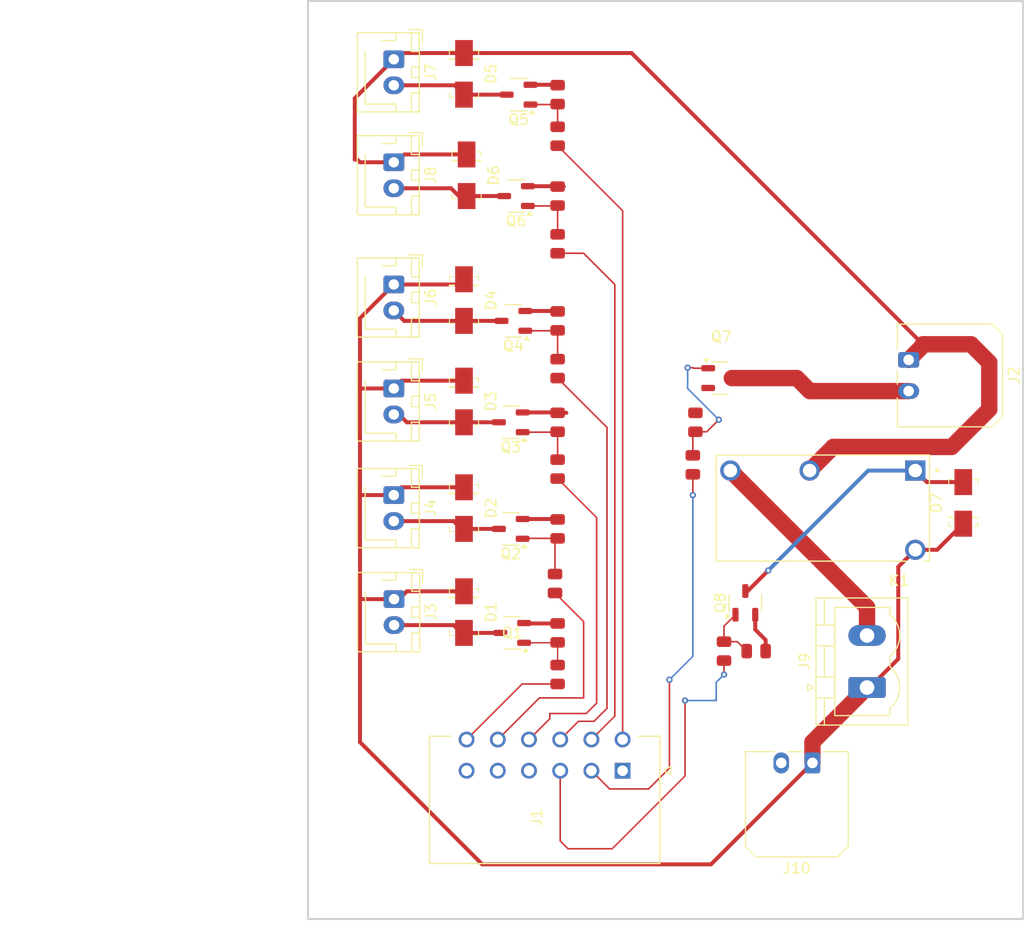
<source format=kicad_pcb>
(kicad_pcb (version 20241229) (generator "pcbnew") (generator_version "9.0")
  (layers (0 "F.Cu" signal) (2 "B.Cu" signal) (13 "F.Paste" user) (15 "B.Paste" user) (5 "F.SilkS" user "F.Silkscreen") (7 "B.SilkS" user "B.Silkscreen") (1 "F.Mask" user) (3 "B.Mask" user) (25 "Edge.Cuts" user))
  (net 0 "")
  (net 1 "+24V")
  (net 2 "VLV 1")
  (net 3 "VLV 2")
  (net 4 "VLV 3")
  (net 5 "VLV 4")
  (net 6 "SAFE POWER 24v")
  (net 7 "AV FILL VLV")
  (net 8 "AV RUN VLV")
  (net 9 "Net-(Q8-D)")
  (net 11 "IGNITOR CTL")
  (net 12 "AV  RUN CTL")
  (net 13 "VLV 2 CTL")
  (net 14 "AV FILL CTL")
  (net 15 "VLV 1 CTL")
  (net 17 "VLV 3 CTL")
  (net 18 "GND")
  (net 19 "VLV 4 CTL")
  (net 20 "RELAY SFEGRD CTL")
  (net 22 "IGNITOR 3A -")
  (net 23 "Net-(J9-Pin_2)")
  (net 24 "Net-(Q1-G)")
  (net 25 "Net-(Q2-G)")
  (net 26 "Net-(Q3-G)")
  (net 27 "Net-(Q4-G)")
  (net 28 "Net-(Q5-G)")
  (net 29 "Net-(Q6-G)")
  (net 30 "Net-(Q7-G)")
  (net 31 "Net-(Q8-G)")
  (footprint "Connector_JST:JST_XH_B2B-XH-AM_1x02_P2.50mm_Vertical" (layer "F.Cu") (at 48 142.75 -90)
    (property "Reference" "J4" (at 1.25 -3.55 90) (layer "F.SilkS"))
    (property "Value" "Conn_01x02_Pin")
    (pad "" np_thru_hole circle (at -1.6 2 270) (size 1.2 1.2) (drill 1.2) (layers "*.Cu" "*.Mask"))
    (pad "1" thru_hole roundrect (at 0 0 270) (size 1.7 2) (drill 1) (layers "*.Cu" "*.Mask") (roundrect_rratio 0.147059) (net 1 "+24V"))
    (pad "2" thru_hole oval (at 2.5 0 270) (size 1.7 2) (drill 1) (layers "*.Cu" "*.Mask") (net 3 "VLV 2"))
  )
  (footprint "Solenoid Safeguard:R_0805" (layer "F.Cu") (at 63.75 126 -90)
    (property "Reference" "R8" (hide yes))
    (property "Value" "100KR")
    (pad "1" smd roundrect (at -0.91 0 270) (size 1.02 1.4) (layers "F.Cu" "F.Mask" "F.Paste") (roundrect_rratio 0.243902) (net 18 "GND"))
    (pad "2" smd roundrect (at 0.91 0 270) (size 1.02 1.4) (layers "F.Cu" "F.Mask" "F.Paste") (roundrect_rratio 0.243902) (net 27 "Net-(Q4-G)"))
  )
  (footprint "Solenoid Safeguard:R_0805" (layer "F.Cu") (at 63.75 114 -90)
    (property "Reference" "R12" (hide yes))
    (property "Value" "100KR")
    (pad "1" smd roundrect (at -0.91 0 270) (size 1.02 1.4) (layers "F.Cu" "F.Mask" "F.Paste") (roundrect_rratio 0.243902) (net 18 "GND"))
    (pad "2" smd roundrect (at 0.91 0 270) (size 1.02 1.4) (layers "F.Cu" "F.Mask" "F.Paste") (roundrect_rratio 0.243902) (net 29 "Net-(Q6-G)"))
  )
  (footprint "Solenoid Safeguard:R_0805" (layer "F.Cu") (at 63.75 160 90)
    (property "Reference" "R1" (hide yes))
    (property "Value" "R100")
    (pad "1" smd roundrect (at -0.91 0 90) (size 1.02 1.4) (layers "F.Cu" "F.Mask" "F.Paste") (roundrect_rratio 0.243902) (net 15 "VLV 1 CTL"))
    (pad "2" smd roundrect (at 0.91 0 90) (size 1.02 1.4) (layers "F.Cu" "F.Mask" "F.Paste") (roundrect_rratio 0.243902) (net 24 "Net-(Q1-G)"))
  )
  (footprint "Package_TO_SOT_SMD:SOT-23-3" (layer "F.Cu") (at 79.3625 131.5)
    (property "Reference" "Q7" (at 0.1275 -3.97 0) (layer "F.SilkS"))
    (property "Value" "BSS138")
    (pad "1" smd roundrect (at -1.1375 -0.95) (size 1.325 0.6) (layers "F.Cu" "F.Mask" "F.Paste") (net 30 "Net-(Q7-G)"))
    (pad "2" smd roundrect (at -1.1375 0.95) (size 1.325 0.6) (layers "F.Cu" "F.Mask" "F.Paste") (net 18 "GND"))
    (pad "3" smd roundrect (at 1.1375 0) (size 1.325 0.6) (layers "F.Cu" "F.Mask" "F.Paste") (net 22 "IGNITOR 3A -"))
  )
  (footprint "Connector_JST:JST_XH_B2B-XH-AM_1x02_P2.50mm_Vertical" (layer "F.Cu") (at 48 122.5 -90)
    (property "Reference" "J6" (at 1.25 -3.55 90) (layer "F.SilkS"))
    (property "Value" "Conn_01x02_Pin")
    (pad "" np_thru_hole circle (at -1.6 2 270) (size 1.2 1.2) (drill 1.2) (layers "*.Cu" "*.Mask"))
    (pad "1" thru_hole roundrect (at 0 0 270) (size 1.7 2) (drill 1) (layers "*.Cu" "*.Mask") (roundrect_rratio 0.147059) (net 1 "+24V"))
    (pad "2" thru_hole oval (at 2.5 0 270) (size 1.7 2) (drill 1) (layers "*.Cu" "*.Mask") (net 5 "VLV 4"))
  )
  (footprint "Package_TO_SOT_SMD:SOT-23-3" (layer "F.Cu") (at 59.75 114 180)
    (property "Reference" "Q6" (at 0 -2.4 0) (layer "F.SilkS"))
    (property "Value" "BSS138")
    (pad "1" smd roundrect (at -1.1375 -0.95 180) (size 1.325 0.6) (layers "F.Cu" "F.Mask" "F.Paste") (net 29 "Net-(Q6-G)"))
    (pad "2" smd roundrect (at -1.1375 0.95 180) (size 1.325 0.6) (layers "F.Cu" "F.Mask" "F.Paste") (net 18 "GND"))
    (pad "3" smd roundrect (at 1.1375 0 180) (size 1.325 0.6) (layers "F.Cu" "F.Mask" "F.Paste") (net 8 "AV RUN VLV"))
  )
  (footprint "Package_TO_SOT_SMD:SOT-23-3" (layer "F.Cu") (at 59.5 126 180)
    (property "Reference" "Q4" (at 0 -2.4 0) (layer "F.SilkS"))
    (property "Value" "BSS138")
    (pad "1" smd roundrect (at -1.1375 -0.95 180) (size 1.325 0.6) (layers "F.Cu" "F.Mask" "F.Paste") (net 27 "Net-(Q4-G)"))
    (pad "2" smd roundrect (at -1.1375 0.95 180) (size 1.325 0.6) (layers "F.Cu" "F.Mask" "F.Paste") (net 18 "GND"))
    (pad "3" smd roundrect (at 1.1375 0 180) (size 1.325 0.6) (layers "F.Cu" "F.Mask" "F.Paste") (net 5 "VLV 4"))
  )
  (footprint "Connector_JST:JST_XH_B2B-XH-AM_1x02_P2.50mm_Vertical" (layer "F.Cu") (at 48 110.75 -90)
    (property "Reference" "J8" (at 1.25 -3.55 90) (layer "F.SilkS"))
    (property "Value" "Conn_01x02_Pin")
    (pad "" np_thru_hole circle (at -1.6 2 270) (size 1.2 1.2) (drill 1.2) (layers "*.Cu" "*.Mask"))
    (pad "1" thru_hole roundrect (at 0 0 270) (size 1.7 2) (drill 1) (layers "*.Cu" "*.Mask") (roundrect_rratio 0.147059) (net 6 "SAFE POWER 24v"))
    (pad "2" thru_hole oval (at 2.5 0 270) (size 1.7 2) (drill 1) (layers "*.Cu" "*.Mask") (net 8 "AV RUN VLV"))
  )
  (footprint "Package_TO_SOT_SMD:SOT-23-3" (layer "F.Cu") (at 59.3875 156 180)
    (property "Reference" "Q1" (at 0 0 0) (layer "F.SilkS"))
    (property "Value" "BSS138")
    (pad "1" smd roundrect (at -1.1375 -0.95 180) (size 1.325 0.6) (layers "F.Cu" "F.Mask" "F.Paste") (net 24 "Net-(Q1-G)"))
    (pad "2" smd roundrect (at -1.1375 0.95 180) (size 1.325 0.6) (layers "F.Cu" "F.Mask" "F.Paste") (net 18 "GND"))
    (pad "3" smd roundrect (at 1.1375 0 180) (size 1.325 0.6) (layers "F.Cu" "F.Mask" "F.Paste") (net 2 "VLV 1"))
  )
  (footprint "Package_TO_SOT_SMD:SOT-23-3" (layer "F.Cu") (at 59.25 135.75 180)
    (property "Reference" "Q3" (at 0 -2.4 0) (layer "F.SilkS"))
    (property "Value" "BSS138")
    (pad "1" smd roundrect (at -1.1375 -0.95 180) (size 1.325 0.6) (layers "F.Cu" "F.Mask" "F.Paste") (net 26 "Net-(Q3-G)"))
    (pad "2" smd roundrect (at -1.1375 0.95 180) (size 1.325 0.6) (layers "F.Cu" "F.Mask" "F.Paste") (net 18 "GND"))
    (pad "3" smd roundrect (at 1.1375 0 180) (size 1.325 0.6) (layers "F.Cu" "F.Mask" "F.Paste") (net 4 "VLV 3"))
  )
  (footprint "Solenoid Safeguard:DO-214AC" (layer "F.Cu") (at 102.75 143.5 90)
    (property "Reference" "D7" (at 0 -2.6 90) (layer "F.SilkS"))
    (property "Value" "SS14")
    (pad "A" smd rect (at 2 0 90) (size 2.5 1.7) (layers "F.Cu" "F.Mask" "F.Paste") (net 9 "Net-(Q8-D)"))
    (pad "K" smd rect (at -2 0 90) (size 2.5 1.7) (layers "F.Cu" "F.Mask" "F.Paste") (net 1 "+24V"))
  )
  (footprint "Solenoid Safeguard:DO-214AC" (layer "F.Cu") (at 54.75 124 -90)
    (property "Reference" "D4" (at 0 -2.6 90) (layer "F.SilkS"))
    (property "Value" "SS14")
    (pad "A" smd rect (at 2 0 270) (size 2.5 1.7) (layers "F.Cu" "F.Mask" "F.Paste") (net 5 "VLV 4"))
    (pad "K" smd rect (at -2 0 270) (size 2.5 1.7) (layers "F.Cu" "F.Mask" "F.Paste") (net 1 "+24V"))
  )
  (footprint "Solenoid Safeguard:R_0805" (layer "F.Cu") (at 82.84 157.75 180)
    (property "Reference" "R16" (hide yes))
    (property "Value" "100KR")
    (pad "1" smd roundrect (at -0.91 0 180) (size 1.02 1.4) (layers "F.Cu" "F.Mask" "F.Paste") (roundrect_rratio 0.243902) (net 18 "GND"))
    (pad "2" smd roundrect (at 0.91 0 180) (size 1.02 1.4) (layers "F.Cu" "F.Mask" "F.Paste") (roundrect_rratio 0.243902) (net 31 "Net-(Q8-G)"))
  )
  (footprint "Solenoid Safeguard:R_0805" (layer "F.Cu") (at 63.75 130.59 90)
    (property "Reference" "R7" (hide yes))
    (property "Value" "R100")
    (pad "1" smd roundrect (at -0.91 0 90) (size 1.02 1.4) (layers "F.Cu" "F.Mask" "F.Paste") (roundrect_rratio 0.243902) (net 19 "VLV 4 CTL"))
    (pad "2" smd roundrect (at 0.91 0 90) (size 1.02 1.4) (layers "F.Cu" "F.Mask" "F.Paste") (roundrect_rratio 0.243902) (net 27 "Net-(Q4-G)"))
  )
  (footprint "Solenoid Safeguard:R_0805" (layer "F.Cu") (at 77 135.75 -90)
    (property "Reference" "R14" (hide yes))
    (property "Value" "R100K")
    (pad "1" smd roundrect (at -0.91 0 270) (size 1.02 1.4) (layers "F.Cu" "F.Mask" "F.Paste") (roundrect_rratio 0.243902) (net 18 "GND"))
    (pad "2" smd roundrect (at 0.91 0 270) (size 1.02 1.4) (layers "F.Cu" "F.Mask" "F.Paste") (roundrect_rratio 0.243902) (net 30 "Net-(Q7-G)"))
  )
  (footprint "Connector_Molex:Molex_Micro-Fit_3.0_43650-0200_1x02_P3.00mm_Horizontal" (layer "F.Cu") (at 88.25 168.5 180)
    (property "Reference" "J10" (at 1.5 -10.12 0) (layer "F.SilkS"))
    (property "Value" "Conn_01x02_Pin")
    (pad "" np_thru_hole circle (at 1.5 -4.32 180) (size 3 3) (drill 3) (layers "*.Cu" "*.Mask"))
    (pad "1" thru_hole roundrect (at 0 0 180) (size 1.5 2.02) (drill 1.02) (layers "*.Cu" "*.Mask") (roundrect_rratio 0.166667) (net 1 "+24V"))
    (pad "2" thru_hole oval (at 3 0 180) (size 1.5 2.02) (drill 1.02) (layers "*.Cu" "*.Mask") (net 18 "GND"))
  )
  (footprint "Solenoid Safeguard:R_0805" (layer "F.Cu") (at 63.75 108.25 90)
    (property "Reference" "R9" (hide yes))
    (property "Value" "R100")
    (pad "1" smd roundrect (at -0.91 0 90) (size 1.02 1.4) (layers "F.Cu" "F.Mask" "F.Paste") (roundrect_rratio 0.243902) (net 14 "AV FILL CTL"))
    (pad "2" smd roundrect (at 0.91 0 90) (size 1.02 1.4) (layers "F.Cu" "F.Mask" "F.Paste") (roundrect_rratio 0.243902) (net 28 "Net-(Q5-G)"))
  )
  (footprint "430451200:MOLEX_430451200" (layer "F.Cu") (at 70 169.25)
    (property "Reference" "J1" (at -8.25 4.5 270) (layer "F.SilkS"))
    (property "Value" "Conn_01x12_Pin")
    (pad "" np_thru_hole circle (at -12.85 4.32) (size 3 3) (drill 3) (layers "*.Cu" "*.Mask"))
    (pad "" np_thru_hole circle (at -2.15 4.32) (size 3 3) (drill 3) (layers "*.Cu" "*.Mask"))
    (pad "1" thru_hole rect (at 0 0) (size 1.52 1.52) (drill 1.02) (layers "*.Cu") (net 18 "GND"))
    (pad "2" thru_hole circle (at -3 0) (size 1.52 1.52) (drill 1.02) (layers "*.Cu") (net 11 "IGNITOR CTL"))
    (pad "3" thru_hole circle (at -6 0) (size 1.52 1.52) (drill 1.02) (layers "*.Cu") (net 20 "RELAY SFEGRD CTL"))
    (pad "4" thru_hole circle (at -9 0) (size 1.52 1.52) (drill 1.02) (layers "*.Cu"))
    (pad "5" thru_hole circle (at -12 0) (size 1.52 1.52) (drill 1.02) (layers "*.Cu"))
    (pad "6" thru_hole circle (at -15 0) (size 1.52 1.52) (drill 1.02) (layers "*.Cu"))
    (pad "7" thru_hole circle (at 0 -3) (size 1.52 1.52) (drill 1.02) (layers "*.Cu") (net 14 "AV FILL CTL"))
    (pad "8" thru_hole circle (at -3 -3) (size 1.52 1.52) (drill 1.02) (layers "*.Cu") (net 12 "AV  RUN CTL"))
    (pad "9" thru_hole circle (at -6 -3) (size 1.52 1.52) (drill 1.02) (layers "*.Cu") (net 19 "VLV 4 CTL"))
    (pad "10" thru_hole circle (at -9 -3) (size 1.52 1.52) (drill 1.02) (layers "*.Cu") (net 17 "VLV 3 CTL"))
    (pad "11" thru_hole circle (at -12 -3) (size 1.52 1.52) (drill 1.02) (layers "*.Cu") (net 13 "VLV 2 CTL"))
    (pad "12" thru_hole circle (at -15 -3) (size 1.52 1.52) (drill 1.02) (layers "*.Cu") (net 15 "VLV 1 CTL"))
  )
  (footprint "Package_TO_SOT_SMD:SOT-23-3" (layer "F.Cu") (at 59.25 146 180)
    (property "Reference" "Q2" (at 0 -2.4 0) (layer "F.SilkS"))
    (property "Value" "BSS138")
    (pad "1" smd roundrect (at -1.1375 -0.95 180) (size 1.325 0.6) (layers "F.Cu" "F.Mask" "F.Paste") (net 25 "Net-(Q2-G)"))
    (pad "2" smd roundrect (at -1.1375 0.95 180) (size 1.325 0.6) (layers "F.Cu" "F.Mask" "F.Paste") (net 18 "GND"))
    (pad "3" smd roundrect (at 1.1375 0 180) (size 1.325 0.6) (layers "F.Cu" "F.Mask" "F.Paste") (net 3 "VLV 2"))
  )
  (footprint "Solenoid Safeguard:R_0805" (layer "F.Cu") (at 63.75 140.25 90)
    (property "Reference" "R5" (hide yes))
    (property "Value" "R100")
    (pad "1" smd roundrect (at -0.91 0 90) (size 1.02 1.4) (layers "F.Cu" "F.Mask" "F.Paste") (roundrect_rratio 0.243902) (net 17 "VLV 3 CTL"))
    (pad "2" smd roundrect (at 0.91 0 90) (size 1.02 1.4) (layers "F.Cu" "F.Mask" "F.Paste") (roundrect_rratio 0.243902) (net 26 "Net-(Q3-G)"))
  )
  (footprint "Solenoid Safeguard:DO-214AC" (layer "F.Cu") (at 54.75 154 -90)
    (property "Reference" "D1" (at 0 -2.6 90) (layer "F.SilkS"))
    (property "Value" "SS14")
    (pad "A" smd rect (at 2 0 270) (size 2.5 1.7) (layers "F.Cu" "F.Mask" "F.Paste") (net 2 "VLV 1"))
    (pad "K" smd rect (at -2 0 270) (size 2.5 1.7) (layers "F.Cu" "F.Mask" "F.Paste") (net 1 "+24V"))
  )
  (footprint "Solenoid Safeguard:DO-214AC" (layer "F.Cu") (at 54.75 144 -90)
    (property "Reference" "D2" (at 0 -2.6 90) (layer "F.SilkS"))
    (property "Value" "SS14")
    (pad "A" smd rect (at 2 0 270) (size 2.5 1.7) (layers "F.Cu" "F.Mask" "F.Paste") (net 3 "VLV 2"))
    (pad "K" smd rect (at -2 0 270) (size 2.5 1.7) (layers "F.Cu" "F.Mask" "F.Paste") (net 1 "+24V"))
  )
  (footprint "Connector_Molex:Molex_Micro-Fit_3.0_43650-0200_1x02_P3.00mm_Horizontal" (layer "F.Cu") (at 97.5 129.75 -90)
    (property "Reference" "J2" (at 1.5 -10.12 90) (layer "F.SilkS"))
    (property "Value" "Conn_01x02_Pin")
    (pad "" np_thru_hole circle (at 1.5 -4.32 270) (size 3 3) (drill 3) (layers "*.Cu" "*.Mask"))
    (pad "1" thru_hole roundrect (at 0 0 270) (size 1.5 2.02) (drill 1.02) (layers "*.Cu" "*.Mask") (roundrect_rratio 0.166667) (net 6 "SAFE POWER 24v"))
    (pad "2" thru_hole oval (at 3 0 270) (size 1.5 2.02) (drill 1.02) (layers "*.Cu" "*.Mask") (net 22 "IGNITOR 3A -"))
  )
  (footprint "Solenoid Safeguard:RELAY_PR30-24V-450-1A" (layer "F.Cu") (at 89.25 144 180)
    (property "Reference" "K1" (at -7.325 -6.985 0) (layer "F.SilkS"))
    (property "Value" "PR30-24V-450-1A")
    (pad "1" thru_hole rect (at -8.89 3.61 180) (size 1.95 1.95) (drill 1.3) (layers "*.Cu" "*.Mask") (net 9 "Net-(Q8-D)"))
    (pad "5" thru_hole circle (at 1.27 3.61 180) (size 1.95 1.95) (drill 1.3) (layers "*.Cu" "*.Mask") (net 6 "SAFE POWER 24v"))
    (pad "8" thru_hole circle (at 8.89 3.61 180) (size 1.95 1.95) (drill 1.3) (layers "*.Cu" "*.Mask") (net 23 "Net-(J9-Pin_2)"))
    (pad "16" thru_hole circle (at -8.89 -4.01 180) (size 1.95 1.95) (drill 1.3) (layers "*.Cu" "*.Mask") (net 1 "+24V"))
  )
  (footprint "Package_TO_SOT_SMD:SOT-23-3" (layer "F.Cu") (at 81.8 153.1125 90)
    (property "Reference" "Q8" (at 0 -2.4 90) (layer "F.SilkS"))
    (property "Value" "BSS138")
    (pad "1" smd roundrect (at -1.1375 -0.95 90) (size 1.325 0.6) (layers "F.Cu" "F.Mask" "F.Paste") (net 31 "Net-(Q8-G)"))
    (pad "2" smd roundrect (at -1.1375 0.95 90) (size 1.325 0.6) (layers "F.Cu" "F.Mask" "F.Paste") (net 18 "GND"))
    (pad "3" smd roundrect (at 1.1375 0 90) (size 1.325 0.6) (layers "F.Cu" "F.Mask" "F.Paste") (net 9 "Net-(Q8-D)"))
  )
  (footprint "Solenoid Safeguard:R_0805" (layer "F.Cu") (at 76.75 139.84 90)
    (property "Reference" "R13" (hide yes))
    (property "Value" "R100")
    (pad "1" smd roundrect (at -0.91 0 90) (size 1.02 1.4) (layers "F.Cu" "F.Mask" "F.Paste") (roundrect_rratio 0.243902) (net 11 "IGNITOR CTL"))
    (pad "2" smd roundrect (at 0.91 0 90) (size 1.02 1.4) (layers "F.Cu" "F.Mask" "F.Paste") (roundrect_rratio 0.243902) (net 30 "Net-(Q7-G)"))
  )
  (footprint "Solenoid Safeguard:R_0805" (layer "F.Cu") (at 63.75 156 -90)
    (property "Reference" "R2" (hide yes))
    (property "Value" "100KR")
    (pad "1" smd roundrect (at -0.91 0 270) (size 1.02 1.4) (layers "F.Cu" "F.Mask" "F.Paste") (roundrect_rratio 0.243902) (net 18 "GND"))
    (pad "2" smd roundrect (at 0.91 0 270) (size 1.02 1.4) (layers "F.Cu" "F.Mask" "F.Paste") (roundrect_rratio 0.243902) (net 24 "Net-(Q1-G)"))
  )
  (footprint "Solenoid Safeguard:R_0805" (layer "F.Cu") (at 63.75 135.75 -90)
    (property "Reference" "R6" (hide yes))
    (property "Value" "100KR")
    (pad "1" smd roundrect (at -0.91 0 270) (size 1.02 1.4) (layers "F.Cu" "F.Mask" "F.Paste") (roundrect_rratio 0.243902) (net 18 "GND"))
    (pad "2" smd roundrect (at 0.91 0 270) (size 1.02 1.4) (layers "F.Cu" "F.Mask" "F.Paste") (roundrect_rratio 0.243902) (net 26 "Net-(Q3-G)"))
  )
  (footprint "Solenoid Safeguard:DO-214AC" (layer "F.Cu") (at 54.75 102.25 -90)
    (property "Reference" "D5" (at 0 -2.6 90) (layer "F.SilkS"))
    (property "Value" "SS14")
    (pad "A" smd rect (at 2 0 270) (size 2.5 1.7) (layers "F.Cu" "F.Mask" "F.Paste") (net 7 "AV FILL VLV"))
    (pad "K" smd rect (at -2 0 270) (size 2.5 1.7) (layers "F.Cu" "F.Mask" "F.Paste") (net 6 "SAFE POWER 24v"))
  )
  (footprint "Package_TO_SOT_SMD:SOT-23-3" (layer "F.Cu") (at 60 104.25 180)
    (property "Reference" "Q5" (at 0 -2.4 0) (layer "F.SilkS"))
    (property "Value" "BSS138")
    (pad "1" smd roundrect (at -1.1375 -0.95 180) (size 1.325 0.6) (layers "F.Cu" "F.Mask" "F.Paste") (net 28 "Net-(Q5-G)"))
    (pad "2" smd roundrect (at -1.1375 0.95 180) (size 1.325 0.6) (layers "F.Cu" "F.Mask" "F.Paste") (net 18 "GND"))
    (pad "3" smd roundrect (at 1.1375 0 180) (size 1.325 0.6) (layers "F.Cu" "F.Mask" "F.Paste") (net 7 "AV FILL VLV"))
  )
  (footprint "Connector_JST:JST_XH_B2B-XH-AM_1x02_P2.50mm_Vertical" (layer "F.Cu") (at 48 100.85 -90)
    (property "Reference" "J7" (at 1.25 -3.55 90) (layer "F.SilkS"))
    (property "Value" "Conn_01x02_Pin")
    (pad "" np_thru_hole circle (at -1.6 2 270) (size 1.2 1.2) (drill 1.2) (layers "*.Cu" "*.Mask"))
    (pad "1" thru_hole roundrect (at 0 0 270) (size 1.7 2) (drill 1) (layers "*.Cu" "*.Mask") (roundrect_rratio 0.147059) (net 6 "SAFE POWER 24v"))
    (pad "2" thru_hole oval (at 2.5 0 270) (size 1.7 2) (drill 1) (layers "*.Cu" "*.Mask") (net 7 "AV FILL VLV"))
  )
  (footprint "Solenoid Safeguard:DO-214AC" (layer "F.Cu") (at 54.75 133.75 -90)
    (property "Reference" "D3" (at 0 -2.6 90) (layer "F.SilkS"))
    (property "Value" "SS14")
    (pad "A" smd rect (at 2 0 270) (size 2.5 1.7) (layers "F.Cu" "F.Mask" "F.Paste") (net 4 "VLV 3"))
    (pad "K" smd rect (at -2 0 270) (size 2.5 1.7) (layers "F.Cu" "F.Mask" "F.Paste") (net 1 "+24V"))
  )
  (footprint "Solenoid Safeguard:R_0805" (layer "F.Cu") (at 79.75 157.75 90)
    (property "Reference" "R15" (hide yes))
    (property "Value" "R100")
    (pad "1" smd roundrect (at -0.91 0 90) (size 1.02 1.4) (layers "F.Cu" "F.Mask" "F.Paste") (roundrect_rratio 0.243902) (net 20 "RELAY SFEGRD CTL"))
    (pad "2" smd roundrect (at 0.91 0 90) (size 1.02 1.4) (layers "F.Cu" "F.Mask" "F.Paste") (roundrect_rratio 0.243902) (net 31 "Net-(Q8-G)"))
  )
  (footprint "Solenoid Safeguard:R_0805" (layer "F.Cu") (at 63.75 118.59 90)
    (property "Reference" "R11" (hide yes))
    (property "Value" "R100")
    (pad "1" smd roundrect (at -0.91 0 90) (size 1.02 1.4) (layers "F.Cu" "F.Mask" "F.Paste") (roundrect_rratio 0.243902) (net 12 "AV  RUN CTL"))
    (pad "2" smd roundrect (at 0.91 0 90) (size 1.02 1.4) (layers "F.Cu" "F.Mask" "F.Paste") (roundrect_rratio 0.243902) (net 29 "Net-(Q6-G)"))
  )
  (footprint "Solenoid Safeguard:R_0805" (layer "F.Cu") (at 63.75 104.25 -90)
    (property "Reference" "R10" (hide yes))
    (property "Value" "100KR")
    (pad "1" smd roundrect (at -0.91 0 270) (size 1.02 1.4) (layers "F.Cu" "F.Mask" "F.Paste") (roundrect_rratio 0.243902) (net 18 "GND"))
    (pad "2" smd roundrect (at 0.91 0 270) (size 1.02 1.4) (layers "F.Cu" "F.Mask" "F.Paste") (roundrect_rratio 0.243902) (net 28 "Net-(Q5-G)"))
  )
  (footprint "Connector_JST:JST_XH_B2B-XH-AM_1x02_P2.50mm_Vertical" (layer "F.Cu") (at 48.025 152.75 -90)
    (property "Reference" "J3" (at 1.25 -3.55 90) (layer "F.SilkS"))
    (property "Value" "Conn_01x02_Pin")
    (pad "" np_thru_hole circle (at -1.6 2 270) (size 1.2 1.2) (drill 1.2) (layers "*.Cu" "*.Mask"))
    (pad "1" thru_hole roundrect (at 0 0 270) (size 1.7 2) (drill 1) (layers "*.Cu" "*.Mask") (roundrect_rratio 0.147059) (net 1 "+24V"))
    (pad "2" thru_hole oval (at 2.5 0 270) (size 1.7 2) (drill 1) (layers "*.Cu" "*.Mask") (net 2 "VLV 1"))
  )
  (footprint "Kinky:PhoenixContact_MSTBVA_2,5_2-G_1x02_P5.00mm_Vertical" (layer "F.Cu") (at 93.5 161.25 90)
    (property "Reference" "J9" (at 2.5 -6 90) (layer "F.SilkS"))
    (property "Value" "Conn_01x02_Pin")
    (pad "1" thru_hole roundrect (at 0 0 90) (size 2 3.6) (drill 1.4) (layers "*.Cu" "*.Mask") (roundrect_rratio 0.125) (net 1 "+24V"))
    (pad "2" thru_hole oval (at 5 0 90) (size 2 3.6) (drill 1.4) (layers "*.Cu" "*.Mask") (net 23 "Net-(J9-Pin_2)"))
  )
  (footprint "Solenoid Safeguard:DO-214AC" (layer "F.Cu") (at 55 112 -90)
    (property "Reference" "D6" (at 0 -2.6 90) (layer "F.SilkS"))
    (property "Value" "SS14")
    (pad "A" smd rect (at 2 0 270) (size 2.5 1.7) (layers "F.Cu" "F.Mask" "F.Paste") (net 8 "AV RUN VLV"))
    (pad "K" smd rect (at -2 0 270) (size 2.5 1.7) (layers "F.Cu" "F.Mask" "F.Paste") (net 6 "SAFE POWER 24v"))
  )
  (footprint "Solenoid Safeguard:R_0805" (layer "F.Cu") (at 63.5 151.25 90)
    (property "Reference" "R3" (hide yes))
    (property "Value" "R100")
    (pad "1" smd roundrect (at -0.91 0 90) (size 1.02 1.4) (layers "F.Cu" "F.Mask" "F.Paste") (roundrect_rratio 0.243902) (net 13 "VLV 2 CTL"))
    (pad "2" smd roundrect (at 0.91 0 90) (size 1.02 1.4) (layers "F.Cu" "F.Mask" "F.Paste") (roundrect_rratio 0.243902) (net 25 "Net-(Q2-G)"))
  )
  (footprint "Connector_JST:JST_XH_B2B-XH-AM_1x02_P2.50mm_Vertical" (layer "F.Cu") (at 48 132.5 -90)
    (property "Reference" "J5" (at 1.25 -3.55 90) (layer "F.SilkS"))
    (property "Value" "Conn_01x02_Pin")
    (pad "" np_thru_hole circle (at -1.6 2 270) (size 1.2 1.2) (drill 1.2) (layers "*.Cu" "*.Mask"))
    (pad "1" thru_hole roundrect (at 0 0 270) (size 1.7 2) (drill 1) (layers "*.Cu" "*.Mask") (roundrect_rratio 0.147059) (net 1 "+24V"))
    (pad "2" thru_hole oval (at 2.5 0 270) (size 1.7 2) (drill 1) (layers "*.Cu" "*.Mask") (net 4 "VLV 3"))
  )
  (footprint "Solenoid Safeguard:R_0805" (layer "F.Cu") (at 63.75 146 -90)
    (property "Reference" "R4" (hide yes))
    (property "Value" "100KR")
    (pad "1" smd roundrect (at -0.91 0 270) (size 1.02 1.4) (layers "F.Cu" "F.Mask" "F.Paste") (roundrect_rratio 0.243902) (net 18 "GND"))
    (pad "2" smd roundrect (at 0.91 0 270) (size 1.02 1.4) (layers "F.Cu" "F.Mask" "F.Paste") (roundrect_rratio 0.243902) (net 25 "Net-(Q2-G)"))
  )
  (gr_rect (start 39.75 95.25) (end 108.5 183.5) (stroke (width 0.2)) (fill no) (layer "Edge.Cuts"))
  (segment (start 48.75 131.75) (end 48 132.5) (width 0.381) (layer "F.Cu") (net 1))
  (segment (start 48 142.75) (end 44.75 142.75) (width 0.381) (layer "F.Cu") (net 1))
  (segment (start 56.5 178.25) (end 44.75 166.5) (width 0.381) (layer "F.Cu") (net 1))
  (segment (start 88.25 168.5) (end 78.5 178.25) (width 0.381) (layer "F.Cu") (net 1))
  (segment (start 96.5 158.5) (end 96.5 149.65) (width 0.381) (layer "F.Cu") (net 1))
  (segment (start 44.75 142.75) (end 44.75 132.5) (width 0.381) (layer "F.Cu") (net 1))
  (segment (start 48.025 152.75) (end 45 152.75) (width 0.381) (layer "F.Cu") (net 1))
  (segment (start 48.5 152.75) (end 49.25 152) (width 0.381) (layer "F.Cu") (net 1))
  (segment (start 88.25 166.5) (end 93.5 161.25) (width 1.5748) (layer "F.Cu") (net 1))
  (segment (start 98.14 148.01) (end 100.24 148.01) (width 0.381) (layer "F.Cu") (net 1))
  (segment (start 93.75 161.25) (end 96.5 158.5) (width 0.381) (layer "F.Cu") (net 1))
  (segment (start 48 132.5) (end 44.75 132.5) (width 0.381) (layer "F.Cu") (net 1))
  (segment (start 96.5 149.65) (end 98.14 148.01) (width 0.381) (layer "F.Cu") (net 1))
  (segment (start 78.5 178.25) (end 56.5 178.25) (width 0.381) (layer "F.Cu") (net 1))
  (segment (start 100.24 148.01) (end 102.75 145.5) (width 0.381) (layer "F.Cu") (net 1))
  (segment (start 54.25 122.5) (end 54.75 122) (width 0.381) (layer "F.Cu") (net 1))
  (segment (start 93.5 161.25) (end 93.75 161.25) (width 1.5748) (layer "F.Cu") (net 1))
  (segment (start 48.75 142) (end 48 142.75) (width 0.381) (layer "F.Cu") (net 1))
  (segment (start 48 122.5) (end 54.25 122.5) (width 0.381) (layer "F.Cu") (net 1))
  (segment (start 48.025 152.75) (end 48.5 152.75) (width 0.381) (layer "F.Cu") (net 1))
  (segment (start 45 152.75) (end 44.75 152.5) (width 0.1524) (layer "F.Cu") (net 1))
  (segment (start 44.75 166.5) (end 44.75 152.5) (width 0.381) (layer "F.Cu") (net 1))
  (segment (start 44.75 152.5) (end 44.75 142.75) (width 0.381) (layer "F.Cu") (net 1))
  (segment (start 44.75 125.75) (end 48 122.5) (width 0.381) (layer "F.Cu") (net 1))
  (segment (start 54.75 131.75) (end 48.75 131.75) (width 0.381) (layer "F.Cu") (net 1))
  (segment (start 49.25 152) (end 54.75 152) (width 0.381) (layer "F.Cu") (net 1))
  (segment (start 44.75 132.5) (end 44.75 125.75) (width 0.381) (layer "F.Cu") (net 1))
  (segment (start 88.25 168.5) (end 88.25 166.5) (width 1.5748) (layer "F.Cu") (net 1))
  (segment (start 54.75 142) (end 48.75 142) (width 0.381) (layer "F.Cu") (net 1))
  (segment (start 54.5 156) (end 53.75 155.25) (width 0.381) (layer "F.Cu") (net 2))
  (segment (start 53.75 155.25) (end 48.025 155.25) (width 0.381) (layer "F.Cu") (net 2))
  (segment (start 54.75 156) (end 54.5 156) (width 0.381) (layer "F.Cu") (net 2))
  (segment (start 54.75 156) (end 58.25 156) (width 0.381) (layer "F.Cu") (net 2))
  (segment (start 54.75 146) (end 54.5 146) (width 0.381) (layer "F.Cu") (net 3))
  (segment (start 53.75 145.25) (end 48 145.25) (width 0.381) (layer "F.Cu") (net 3))
  (segment (start 54.75 146) (end 58.1125 146) (width 0.381) (layer "F.Cu") (net 3))
  (segment (start 54.5 146) (end 53.75 145.25) (width 0.381) (layer "F.Cu") (net 3))
  (segment (start 48 135) (end 48.5 135) (width 0.1524) (layer "F.Cu") (net 4))
  (segment (start 49.25 135.75) (end 54.75 135.75) (width 0.381) (layer "F.Cu") (net 4))
  (segment (start 48.5 135) (end 49.25 135.75) (width 0.381) (layer "F.Cu") (net 4))
  (segment (start 54.75 135.75) (end 58.1125 135.75) (width 0.381) (layer "F.Cu") (net 4))
  (segment (start 49 126) (end 48 125) (width 0.381) (layer "F.Cu") (net 5))
  (segment (start 54.75 126) (end 49 126) (width 0.381) (layer "F.Cu") (net 5))
  (segment (start 54.75 126) (end 58.3625 126) (width 0.381) (layer "F.Cu") (net 5))
  (segment (start 99 128.25) (end 97.5 129.75) (width 1.5748) (layer "F.Cu") (net 6))
  (segment (start 48.25 110.75) (end 49 110) (width 0.381) (layer "F.Cu") (net 6))
  (segment (start 70.86 100.25) (end 98.86 128.25) (width 0.381) (layer "F.Cu") (net 6))
  (segment (start 103.5 128.25) (end 99 128.25) (width 1.5748) (layer "F.Cu") (net 6))
  (segment (start 44.75 110.75) (end 48 110.75) (width 0.381) (layer "F.Cu") (net 6))
  (segment (start 44.25 104.6) (end 44.25 110.5) (width 0.381) (layer "F.Cu") (net 6))
  (segment (start 49 110) (end 55 110) (width 0.381) (layer "F.Cu") (net 6))
  (segment (start 54.75 100.25) (end 70.86 100.25) (width 0.381) (layer "F.Cu") (net 6))
  (segment (start 105.25 130) (end 103.5 128.25) (width 1.5748) (layer "F.Cu") (net 6))
  (segment (start 48 100.85) (end 44.25 104.6) (width 0.381) (layer "F.Cu") (net 6))
  (segment (start 44.5 110.5) (end 44.75 110.75) (width 0.381) (layer "F.Cu") (net 6))
  (segment (start 48 110.75) (end 48.25 110.75) (width 0.381) (layer "F.Cu") (net 6))
  (segment (start 105.25 134.5) (end 105.25 130) (width 1.5748) (layer "F.Cu") (net 6))
  (segment (start 87.98 140.39) (end 90.25 138.12) (width 1.5748) (layer "F.Cu") (net 6))
  (segment (start 90.25 138.12) (end 101.63 138.12) (width 1.5748) (layer "F.Cu") (net 6))
  (segment (start 54.75 100.25) (end 48.6 100.25) (width 0.381) (layer "F.Cu") (net 6))
  (segment (start 44.25 110.5) (end 44.5 110.5) (width 0.381) (layer "F.Cu") (net 6))
  (segment (start 99 128.25) (end 98.86 128.25) (width 1.5748) (layer "F.Cu") (net 6))
  (segment (start 48.6 100.25) (end 48 100.85) (width 0.381) (layer "F.Cu") (net 6))
  (segment (start 101.63 138.12) (end 105.25 134.5) (width 1.5748) (layer "F.Cu") (net 6))
  (segment (start 48 103.35) (end 53.85 103.35) (width 0.381) (layer "F.Cu") (net 7))
  (segment (start 53.85 103.35) (end 54.75 104.25) (width 0.381) (layer "F.Cu") (net 7))
  (segment (start 54.75 104.25) (end 58.8625 104.25) (width 0.381) (layer "F.Cu") (net 7))
  (segment (start 55 114) (end 58.6125 114) (width 0.381) (layer "F.Cu") (net 8))
  (segment (start 55 114) (end 54.25 114) (width 0.381) (layer "F.Cu") (net 8))
  (segment (start 53.5 113.25) (end 48 113.25) (width 0.381) (layer "F.Cu") (net 8))
  (segment (start 54.25 114) (end 53.5 113.25) (width 0.381) (layer "F.Cu") (net 8))
  (segment (start 82.025 151.975) (end 84 150) (width 0.381) (layer "F.Cu") (net 9))
  (segment (start 102.75 141.5) (end 99.25 141.5) (width 0.381) (layer "F.Cu") (net 9))
  (segment (start 99.25 141.5) (end 98.14 140.39) (width 0.381) (layer "F.Cu") (net 9))
  (segment (start 81.8 151.975) (end 82.025 151.975) (width 0.381) (layer "F.Cu") (net 9))
  (via (at 84 150) (size 0.6) (drill 0.3) (layers "F.Cu" "B.Cu") (net 9))
  (segment (start 84 150) (end 93.61 140.39) (width 0.381) (layer "B.Cu") (net 9))
  (segment (start 93.61 140.39) (end 98.14 140.39) (width 0.381) (layer "B.Cu") (net 9))
  (segment (start 68.75 171) (end 72.5 171) (width 0.1524) (layer "F.Cu") (net 11))
  (segment (start 67 169.25) (end 68.75 171) (width 0.1524) (layer "F.Cu") (net 11))
  (segment (start 74.5 169) (end 74.5 160.5) (width 0.1524) (layer "F.Cu") (net 11))
  (segment (start 74.5 160.5) (end 74.5 160.75) (width 0.1524) (layer "F.Cu") (net 11))
  (segment (start 72.5 171) (end 74.5 169) (width 0.1524) (layer "F.Cu") (net 11))
  (segment (start 76.75 142.75) (end 76.75 140.75) (width 0.1524) (layer "F.Cu") (net 11))
  (via (at 76.75 142.75) (size 0.6) (drill 0.3) (layers "F.Cu" "B.Cu") (net 11))
  (via (at 74.5 160.5) (size 0.6) (drill 0.3) (layers "F.Cu" "B.Cu") (net 11))
  (via (at 74.5 160.5) (size 0.6) (drill 0.3) (layers "F.Cu" "B.Cu") (net 11))
  (segment (start 74.5 160.5) (end 76.75 158.25) (width 0.1524) (layer "B.Cu") (net 11))
  (segment (start 76.75 158.25) (end 76.75 142.75) (width 0.1524) (layer "B.Cu") (net 11))
  (segment (start 63.75 119.5) (end 66.25 119.5) (width 0.1524) (layer "F.Cu") (net 12))
  (segment (start 66.25 119.5) (end 69.25 122.5) (width 0.1524) (layer "F.Cu") (net 12))
  (segment (start 69.25 122.5) (end 69.25 164) (width 0.1524) (layer "F.Cu") (net 12))
  (segment (start 69.25 164) (end 67 166.25) (width 0.1524) (layer "F.Cu") (net 12))
  (segment (start 62 162.25) (end 58 166.25) (width 0.1524) (layer "F.Cu") (net 13))
  (segment (start 66.25 154.91) (end 66.25 162.25) (width 0.1524) (layer "F.Cu") (net 13))
  (segment (start 63.5 152.16) (end 66.25 154.91) (width 0.1524) (layer "F.Cu") (net 13))
  (segment (start 66.25 162.25) (end 62 162.25) (width 0.1524) (layer "F.Cu") (net 13))
  (segment (start 63.75 109.16) (end 70 115.41) (width 0.1524) (layer "F.Cu") (net 14))
  (segment (start 70 115.41) (end 70 166.25) (width 0.1524) (layer "F.Cu") (net 14))
  (segment (start 63.75 160.91) (end 60.34 160.91) (width 0.1524) (layer "F.Cu") (net 15))
  (segment (start 60.34 160.91) (end 55 166.25) (width 0.1524) (layer "F.Cu") (net 15))
  (segment (start 66.5 163.75) (end 63 163.75) (width 0.1524) (layer "F.Cu") (net 17))
  (segment (start 63 164.25) (end 61 166.25) (width 0.1524) (layer "F.Cu") (net 17))
  (segment (start 67.5 144.91) (end 67.5 162.75) (width 0.1524) (layer "F.Cu") (net 17))
  (segment (start 63 163.75) (end 63 164.25) (width 0.1524) (layer "F.Cu") (net 17))
  (segment (start 63.75 141.16) (end 67.5 144.91) (width 0.1524) (layer "F.Cu") (net 17))
  (segment (start 67.5 162.75) (end 66.5 163.75) (width 0.1524) (layer "F.Cu") (net 17))
  (segment (start 83.75 156.68) (end 83.75 157.75) (width 0.381) (layer "F.Cu") (net 18))
  (segment (start 60.8875 113.05) (end 63.71 113.05) (width 0.381) (layer "F.Cu") (net 18))
  (segment (start 61.1375 103.3) (end 63.71 103.3) (width 0.381) (layer "F.Cu") (net 18))
  (segment (start 63.75 134.84) (end 64.59 134.84) (width 0.381) (layer "F.Cu") (net 18))
  (segment (start 82.75 155.68) (end 82.75 154.25) (width 0.381) (layer "F.Cu") (net 18))
  (segment (start 82.75 155.68) (end 83.75 156.68) (width 0.381) (layer "F.Cu") (net 18))
  (segment (start 63.75 103.34) (end 63.84 103.34) (width 0.1524) (layer "F.Cu") (net 18))
  (segment (start 63.75 155.09) (end 60.565 155.09) (width 0.381) (layer "F.Cu") (net 18))
  (segment (start 60.565 155.09) (end 60.525 155.05) (width 0.381) (layer "F.Cu") (net 18))
  (segment (start 60.6375 125.05) (end 63.514826 125.05) (width 0.381) (layer "F.Cu") (net 18))
  (segment (start 63.71 145.05) (end 63.75 145.09) (width 0.381) (layer "F.Cu") (net 18))
  (segment (start 63.71 134.8) (end 63.75 134.84) (width 0.381) (layer "F.Cu") (net 18))
  (segment (start 60.3875 145.05) (end 63.71 145.05) (width 0.381) (layer "F.Cu") (net 18))
  (segment (start 63.75 125.09) (end 63.84 125.09) (width 0.381) (layer "F.Cu") (net 18))
  (segment (start 60.3875 134.8) (end 63.71 134.8) (width 0.381) (layer "F.Cu") (net 18))
  (segment (start 63.75 155.09) (end 64.09 155.09) (width 0.381) (layer "F.Cu") (net 18))
  (segment (start 63.75 113.09) (end 64.34 113.09) (width 0.381) (layer "F.Cu") (net 18))
  (segment (start 68.5 163.25) (end 68.5 136.25) (width 0.1524) (layer "F.Cu") (net 19))
  (segment (start 65.75 164.5) (end 67.25 164.5) (width 0.1524) (layer "F.Cu") (net 19))
  (segment (start 68.5 136.25) (end 63.75 131.5) (width 0.1524) (layer "F.Cu") (net 19))
  (segment (start 64 166.25) (end 65.75 164.5) (width 0.1524) (layer "F.Cu") (net 19))
  (segment (start 67.25 164.5) (end 68.5 163.25) (width 0.1524) (layer "F.Cu") (net 19))
  (segment (start 79.75 160) (end 79.75 158.66) (width 0.1524) (layer "F.Cu") (net 20))
  (segment (start 76 162.5) (end 76 169.75) (width 0.1524) (layer "F.Cu") (net 20))
  (segment (start 64.75 176.75) (end 64 176) (width 0.1524) (layer "F.Cu") (net 20))
  (segment (start 69 176.75) (end 64.75 176.75) (width 0.1524) (layer "F.Cu") (net 20))
  (segment (start 76 169.75) (end 69 176.75) (width 0.1524) (layer "F.Cu") (net 20))
  (segment (start 64 176) (end 64 169.25) (width 0.1524) (layer "F.Cu") (net 20))
  (via (at 79.75 160) (size 0.6) (drill 0.3) (layers "F.Cu" "B.Cu") (net 20))
  (via (at 76 162.5) (size 0.6) (drill 0.3) (layers "F.Cu" "B.Cu") (net 20))
  (segment (start 79 162.5) (end 79 160.75) (width 0.1524) (layer "B.Cu") (net 20))
  (segment (start 79 160.75) (end 79.75 160) (width 0.1524) (layer "B.Cu") (net 20))
  (segment (start 76 162.5) (end 79 162.5) (width 0.1524) (layer "B.Cu") (net 20))
  (segment (start 97.5 132.75) (end 88 132.75) (width 1.5748) (layer "F.Cu") (net 22))
  (segment (start 88 132.75) (end 86.75 131.5) (width 1.5748) (layer "F.Cu") (net 22))
  (segment (start 86.75 131.5) (end 80.5 131.5) (width 1.5748) (layer "F.Cu") (net 22))
  (segment (start 93.5 153.53) (end 80.36 140.39) (width 1.5748) (layer "F.Cu") (net 23))
  (segment (start 93.5 156.25) (end 93.5 153.53) (width 1.5748) (layer "F.Cu") (net 23))
  (segment (start 63.71 156.95) (end 63.75 156.91) (width 0.127) (layer "F.Cu") (net 24))
  (segment (start 63.75 156.91) (end 63.75 159.09) (width 0.127) (layer "F.Cu") (net 24))
  (segment (start 60.525 156.95) (end 63.71 156.95) (width 0.127) (layer "F.Cu") (net 24))
  (segment (start 63.75 156.91) (end 63.84 156.91) (width 0.127) (layer "F.Cu") (net 24))
  (segment (start 63.75 146.91) (end 60.4275 146.91) (width 0.1524) (layer "F.Cu") (net 25))
  (segment (start 63.5 150.34) (end 63.5 147.16) (width 0.1524) (layer "F.Cu") (net 25))
  (segment (start 63.5 147.16) (end 63.75 146.91) (width 0.1524) (layer "F.Cu") (net 25))
  (segment (start 60.4275 146.91) (end 60.3875 146.95) (width 0.1524) (layer "F.Cu") (net 25))
  (segment (start 63.75 136.66) (end 63.75 139.34) (width 0.1524) (layer "F.Cu") (net 26))
  (segment (start 63.71 136.7) (end 63.75 136.66) (width 0.1524) (layer "F.Cu") (net 26))
  (segment (start 60.3875 136.7) (end 63.71 136.7) (width 0.1524) (layer "F.Cu") (net 26))
  (segment (start 63.71 126.95) (end 63.75 126.91) (width 0.1524) (layer "F.Cu") (net 27))
  (segment (start 60.6375 126.95) (end 63.71 126.95) (width 0.1524) (layer "F.Cu") (net 27))
  (segment (start 63.75 126.91) (end 63.75 129.68) (width 0.1524) (layer "F.Cu") (net 27))
  (segment (start 63.75 105.16) (end 63.75 107.34) (width 0.1524) (layer "F.Cu") (net 28))
  (segment (start 61.1375 105.2) (end 63.71 105.2) (width 0.1524) (layer "F.Cu") (net 28))
  (segment (start 63.71 105.2) (end 63.75 105.16) (width 0.1524) (layer "F.Cu") (net 28))
  (segment (start 63.75 114.91) (end 63.75 117.68) (width 0.1524) (layer "F.Cu") (net 29))
  (segment (start 63.71 114.95) (end 63.75 114.91) (width 0.1524) (layer "F.Cu") (net 29))
  (segment (start 60.8875 114.95) (end 63.71 114.95) (width 0.1524) (layer "F.Cu") (net 29))
  (segment (start 78.09 136.66) (end 79.25 135.5) (width 0.1524) (layer "F.Cu") (net 30))
  (segment (start 76.75 130.5) (end 76.8 130.55) (width 0.1524) (layer "F.Cu") (net 30))
  (segment (start 76.8 130.55) (end 78.225 130.55) (width 0.1524) (layer "F.Cu") (net 30))
  (segment (start 77 136.66) (end 78.09 136.66) (width 0.1524) (layer "F.Cu") (net 30))
  (segment (start 76.25 130.5) (end 76.75 130.5) (width 0.1524) (layer "F.Cu") (net 30))
  (segment (start 76.75 136.91) (end 77 136.66) (width 0.1524) (layer "F.Cu") (net 30))
  (segment (start 76.75 138.93) (end 76.75 136.91) (width 0.1524) (layer "F.Cu") (net 30))
  (via (at 79.25 135.5) (size 0.6) (drill 0.3) (layers "F.Cu" "B.Cu") (net 30))
  (via (at 76.25 130.5) (size 0.6) (drill 0.3) (layers "F.Cu" "B.Cu") (net 30))
  (segment (start 79.25 135.5) (end 76.25 132.5) (width 0.1524) (layer "B.Cu") (net 30))
  (segment (start 76.25 132.5) (end 76.25 130.5) (width 0.1524) (layer "B.Cu") (net 30))
  (segment (start 79.75 156.84) (end 79.75 155.35) (width 0.1524) (layer "F.Cu") (net 31))
  (segment (start 79.75 155.35) (end 80.85 154.25) (width 0.1524) (layer "F.Cu") (net 31))
  (segment (start 79.75 156.84) (end 81.02 156.84) (width 0.1524) (layer "F.Cu") (net 31))
  (segment (start 81.02 156.84) (end 81.93 157.75) (width 0.1524) (layer "F.Cu") (net 31))
)
</source>
